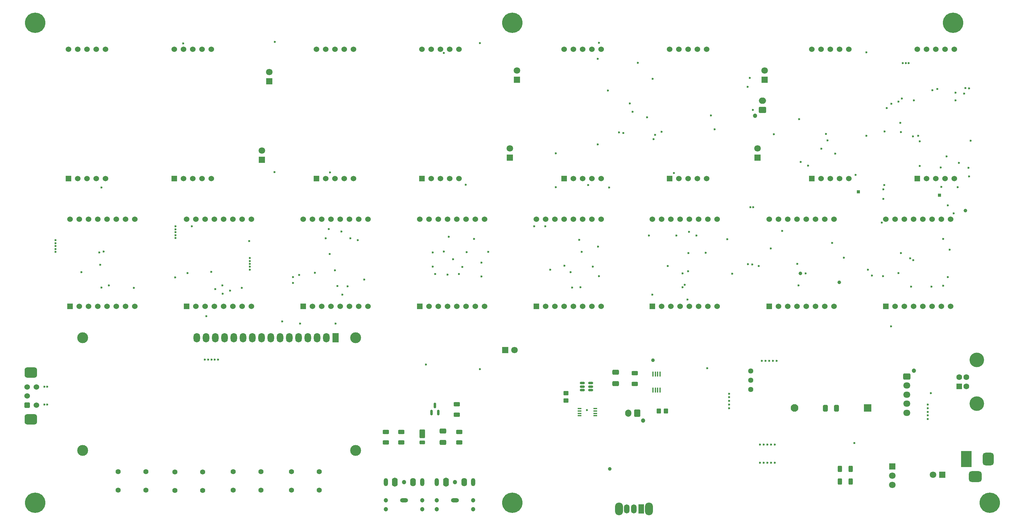
<source format=gts>
G04 #@! TF.GenerationSoftware,KiCad,Pcbnew,8.0.4*
G04 #@! TF.CreationDate,2024-09-13T17:14:12+02:00*
G04 #@! TF.ProjectId,DigiSlatePlus,44696769-536c-4617-9465-506c75732e6b,rev?*
G04 #@! TF.SameCoordinates,Original*
G04 #@! TF.FileFunction,Soldermask,Top*
G04 #@! TF.FilePolarity,Negative*
%FSLAX46Y46*%
G04 Gerber Fmt 4.6, Leading zero omitted, Abs format (unit mm)*
G04 Created by KiCad (PCBNEW 8.0.4) date 2024-09-13 17:14:12*
%MOMM*%
%LPD*%
G01*
G04 APERTURE LIST*
G04 Aperture macros list*
%AMRoundRect*
0 Rectangle with rounded corners*
0 $1 Rounding radius*
0 $2 $3 $4 $5 $6 $7 $8 $9 X,Y pos of 4 corners*
0 Add a 4 corners polygon primitive as box body*
4,1,4,$2,$3,$4,$5,$6,$7,$8,$9,$2,$3,0*
0 Add four circle primitives for the rounded corners*
1,1,$1+$1,$2,$3*
1,1,$1+$1,$4,$5*
1,1,$1+$1,$6,$7*
1,1,$1+$1,$8,$9*
0 Add four rect primitives between the rounded corners*
20,1,$1+$1,$2,$3,$4,$5,0*
20,1,$1+$1,$4,$5,$6,$7,0*
20,1,$1+$1,$6,$7,$8,$9,0*
20,1,$1+$1,$8,$9,$2,$3,0*%
G04 Aperture macros list end*
%ADD10RoundRect,0.250000X-0.650000X0.412500X-0.650000X-0.412500X0.650000X-0.412500X0.650000X0.412500X0*%
%ADD11RoundRect,0.250000X-0.450000X0.350000X-0.450000X-0.350000X0.450000X-0.350000X0.450000X0.350000X0*%
%ADD12RoundRect,0.250000X0.650000X-0.412500X0.650000X0.412500X-0.650000X0.412500X-0.650000X-0.412500X0*%
%ADD13R,1.524000X1.524000*%
%ADD14C,1.524000*%
%ADD15C,5.600000*%
%ADD16RoundRect,0.250000X0.625000X-0.312500X0.625000X0.312500X-0.625000X0.312500X-0.625000X-0.312500X0*%
%ADD17R,1.800000X1.800000*%
%ADD18C,1.800000*%
%ADD19RoundRect,0.250000X-0.412500X-0.650000X0.412500X-0.650000X0.412500X0.650000X-0.412500X0.650000X0*%
%ADD20RoundRect,0.250000X0.312500X0.625000X-0.312500X0.625000X-0.312500X-0.625000X0.312500X-0.625000X0*%
%ADD21R,0.431800X1.333500*%
%ADD22RoundRect,0.150000X-0.512500X-0.150000X0.512500X-0.150000X0.512500X0.150000X-0.512500X0.150000X0*%
%ADD23RoundRect,0.250000X-0.625000X0.312500X-0.625000X-0.312500X0.625000X-0.312500X0.625000X0.312500X0*%
%ADD24RoundRect,0.250000X-0.350000X-0.450000X0.350000X-0.450000X0.350000X0.450000X-0.350000X0.450000X0*%
%ADD25RoundRect,0.250000X0.500000X-0.950000X0.500000X0.950000X-0.500000X0.950000X-0.500000X-0.950000X0*%
%ADD26RoundRect,0.250000X0.500000X-0.275000X0.500000X0.275000X-0.500000X0.275000X-0.500000X-0.275000X0*%
%ADD27RoundRect,0.150000X0.150000X-0.587500X0.150000X0.587500X-0.150000X0.587500X-0.150000X-0.587500X0*%
%ADD28R,1.100000X0.400000*%
%ADD29RoundRect,0.250000X0.512000X-0.512000X0.512000X0.512000X-0.512000X0.512000X-0.512000X-0.512000X0*%
%ADD30RoundRect,0.725000X0.975000X0.725000X-0.975000X0.725000X-0.975000X-0.725000X0.975000X-0.725000X0*%
%ADD31C,1.200000*%
%ADD32O,1.200000X2.200000*%
%ADD33O,1.600000X2.300000*%
%ADD34O,2.200000X1.200000*%
%ADD35O,1.600000X2.500000*%
%ADD36R,0.850000X0.850000*%
%ADD37O,2.200000X3.500000*%
%ADD38R,1.500000X2.500000*%
%ADD39O,1.500000X2.500000*%
%ADD40C,1.440000*%
%ADD41C,1.397000*%
%ADD42RoundRect,0.250000X0.750000X-0.600000X0.750000X0.600000X-0.750000X0.600000X-0.750000X-0.600000X0*%
%ADD43O,2.000000X1.700000*%
%ADD44C,3.000000*%
%ADD45R,1.800000X2.600000*%
%ADD46O,1.800000X2.600000*%
%ADD47R,1.600000X1.600000*%
%ADD48C,1.600000*%
%ADD49C,4.000000*%
%ADD50RoundRect,0.250000X0.600000X0.750000X-0.600000X0.750000X-0.600000X-0.750000X0.600000X-0.750000X0*%
%ADD51O,1.700000X2.000000*%
%ADD52R,2.100000X2.100000*%
%ADD53C,2.100000*%
%ADD54RoundRect,0.250000X-0.725000X0.600000X-0.725000X-0.600000X0.725000X-0.600000X0.725000X0.600000X0*%
%ADD55O,1.950000X1.700000*%
%ADD56R,3.000000X4.500000*%
%ADD57RoundRect,0.750000X0.750000X1.000000X-0.750000X1.000000X-0.750000X-1.000000X0.750000X-1.000000X0*%
%ADD58RoundRect,0.750000X1.000000X0.750000X-1.000000X0.750000X-1.000000X-0.750000X1.000000X-0.750000X0*%
%ADD59C,0.600000*%
%ADD60C,1.000000*%
G04 APERTURE END LIST*
D10*
X235320000Y-166085000D03*
X235320000Y-169210000D03*
D11*
X221670000Y-171860000D03*
X221670000Y-173860000D03*
D12*
X187960000Y-185420000D03*
X187960000Y-182295000D03*
D13*
X213600000Y-148000000D03*
D14*
X216140000Y-148000000D03*
X218680000Y-148000000D03*
X221220000Y-148000000D03*
X223760000Y-148000000D03*
X226300000Y-148000000D03*
X228840000Y-148000000D03*
X231380000Y-148000000D03*
X231380000Y-124000000D03*
X228840000Y-124000000D03*
X226300000Y-124000000D03*
X223760000Y-124000000D03*
X221220000Y-124000000D03*
X218680000Y-124000000D03*
X216140000Y-124000000D03*
X213600000Y-124000000D03*
D13*
X117555000Y-148000000D03*
D14*
X120095000Y-148000000D03*
X122635000Y-148000000D03*
X125175000Y-148000000D03*
X127715000Y-148000000D03*
X130255000Y-148000000D03*
X132795000Y-148000000D03*
X135335000Y-148000000D03*
X135335000Y-124000000D03*
X132795000Y-124000000D03*
X130255000Y-124000000D03*
X127715000Y-124000000D03*
X125175000Y-124000000D03*
X122635000Y-124000000D03*
X120095000Y-124000000D03*
X117555000Y-124000000D03*
D15*
X207000000Y-70000000D03*
D16*
X191770000Y-177800000D03*
X191770000Y-174875000D03*
D13*
X309525000Y-148000000D03*
D14*
X312065000Y-148000000D03*
X314605000Y-148000000D03*
X317145000Y-148000000D03*
X319685000Y-148000000D03*
X322225000Y-148000000D03*
X324765000Y-148000000D03*
X327305000Y-148000000D03*
X327305000Y-124000000D03*
X324765000Y-124000000D03*
X322225000Y-124000000D03*
X319685000Y-124000000D03*
X317145000Y-124000000D03*
X314605000Y-124000000D03*
X312065000Y-124000000D03*
X309525000Y-124000000D03*
D13*
X153175000Y-112890000D03*
D14*
X155715000Y-112890000D03*
X158255000Y-112890000D03*
X160795000Y-112890000D03*
X163335000Y-112890000D03*
X163335000Y-77330000D03*
X160795000Y-77330000D03*
X158255000Y-77330000D03*
X155715000Y-77330000D03*
X153175000Y-77330000D03*
D13*
X221175000Y-112890000D03*
D14*
X223715000Y-112890000D03*
X226255000Y-112890000D03*
X228795000Y-112890000D03*
X231335000Y-112890000D03*
X231335000Y-77330000D03*
X228795000Y-77330000D03*
X226255000Y-77330000D03*
X223715000Y-77330000D03*
X221175000Y-77330000D03*
D13*
X114175000Y-112890000D03*
D14*
X116715000Y-112890000D03*
X119255000Y-112890000D03*
X121795000Y-112890000D03*
X124335000Y-112890000D03*
X124335000Y-77330000D03*
X121795000Y-77330000D03*
X119255000Y-77330000D03*
X116715000Y-77330000D03*
X114175000Y-77330000D03*
D16*
X176530000Y-185420000D03*
X176530000Y-182495000D03*
D15*
X76000000Y-70000000D03*
D13*
X277490000Y-148000000D03*
D14*
X280030000Y-148000000D03*
X282570000Y-148000000D03*
X285110000Y-148000000D03*
X287650000Y-148000000D03*
X290190000Y-148000000D03*
X292730000Y-148000000D03*
X295270000Y-148000000D03*
X295270000Y-124000000D03*
X292730000Y-124000000D03*
X290190000Y-124000000D03*
X287650000Y-124000000D03*
X285110000Y-124000000D03*
X282570000Y-124000000D03*
X280030000Y-124000000D03*
X277490000Y-124000000D03*
D17*
X208255000Y-85650000D03*
D18*
X208255000Y-83110000D03*
D13*
X181555000Y-148000000D03*
D14*
X184095000Y-148000000D03*
X186635000Y-148000000D03*
X189175000Y-148000000D03*
X191715000Y-148000000D03*
X194255000Y-148000000D03*
X196795000Y-148000000D03*
X199335000Y-148000000D03*
X199335000Y-124000000D03*
X196795000Y-124000000D03*
X194255000Y-124000000D03*
X191715000Y-124000000D03*
X189175000Y-124000000D03*
X186635000Y-124000000D03*
X184095000Y-124000000D03*
X181555000Y-124000000D03*
D17*
X140255000Y-86110000D03*
D18*
X140255000Y-83570000D03*
D16*
X192405000Y-185420000D03*
X192405000Y-182495000D03*
D19*
X292875000Y-176000000D03*
X296000000Y-176000000D03*
D13*
X182175000Y-112890000D03*
D14*
X184715000Y-112890000D03*
X187255000Y-112890000D03*
X189795000Y-112890000D03*
X192335000Y-112890000D03*
X192335000Y-77330000D03*
X189795000Y-77330000D03*
X187255000Y-77330000D03*
X184715000Y-77330000D03*
X182175000Y-77330000D03*
D13*
X245410000Y-148000000D03*
D14*
X247950000Y-148000000D03*
X250490000Y-148000000D03*
X253030000Y-148000000D03*
X255570000Y-148000000D03*
X258110000Y-148000000D03*
X260650000Y-148000000D03*
X263190000Y-148000000D03*
X263190000Y-124000000D03*
X260650000Y-124000000D03*
X258110000Y-124000000D03*
X255570000Y-124000000D03*
X253030000Y-124000000D03*
X250490000Y-124000000D03*
X247950000Y-124000000D03*
X245410000Y-124000000D03*
D16*
X172280000Y-185420000D03*
X172280000Y-182495000D03*
D20*
X299843900Y-196160000D03*
X296918900Y-196160000D03*
D21*
X245570001Y-171017250D03*
X246219999Y-171017250D03*
X246870001Y-171017250D03*
X247519999Y-171017250D03*
X247519999Y-166584950D03*
X246870001Y-166584950D03*
X246219999Y-166584950D03*
X245570001Y-166584950D03*
D17*
X206255000Y-107110000D03*
D18*
X206255000Y-104570000D03*
D22*
X226170000Y-169110000D03*
X226170000Y-170060000D03*
X226170000Y-171010000D03*
X228445000Y-171010000D03*
X228445000Y-170060000D03*
X228445000Y-169110000D03*
D17*
X276255000Y-85650000D03*
D18*
X276255000Y-83110000D03*
D15*
X76000000Y-202000000D03*
D23*
X240570000Y-166372500D03*
X240570000Y-169297500D03*
D15*
X338000000Y-202000000D03*
D17*
X205000000Y-160000000D03*
D18*
X207540000Y-160000000D03*
D13*
X318175000Y-112890000D03*
D14*
X320715000Y-112890000D03*
X323255000Y-112890000D03*
X325795000Y-112890000D03*
X328335000Y-112890000D03*
X328335000Y-77330000D03*
X325795000Y-77330000D03*
X323255000Y-77330000D03*
X320715000Y-77330000D03*
X318175000Y-77330000D03*
D13*
X149555000Y-148000000D03*
D14*
X152095000Y-148000000D03*
X154635000Y-148000000D03*
X157175000Y-148000000D03*
X159715000Y-148000000D03*
X162255000Y-148000000D03*
X164795000Y-148000000D03*
X167335000Y-148000000D03*
X167335000Y-124000000D03*
X164795000Y-124000000D03*
X162255000Y-124000000D03*
X159715000Y-124000000D03*
X157175000Y-124000000D03*
X154635000Y-124000000D03*
X152095000Y-124000000D03*
X149555000Y-124000000D03*
D13*
X250175000Y-112890000D03*
D14*
X252715000Y-112890000D03*
X255255000Y-112890000D03*
X257795000Y-112890000D03*
X260335000Y-112890000D03*
X260335000Y-77330000D03*
X257795000Y-77330000D03*
X255255000Y-77330000D03*
X252715000Y-77330000D03*
X250175000Y-77330000D03*
D15*
X328000000Y-70000000D03*
D13*
X289175000Y-112890000D03*
D14*
X291715000Y-112890000D03*
X294255000Y-112890000D03*
X296795000Y-112890000D03*
X299335000Y-112890000D03*
X299335000Y-77330000D03*
X296795000Y-77330000D03*
X294255000Y-77330000D03*
X291715000Y-77330000D03*
X289175000Y-77330000D03*
D20*
X299843900Y-192660000D03*
X296918900Y-192660000D03*
D24*
X247174000Y-176784000D03*
X249174000Y-176784000D03*
D15*
X207000000Y-202000000D03*
D25*
X182245000Y-183045000D03*
D26*
X182245000Y-185420000D03*
D13*
X85555000Y-148000000D03*
D14*
X88095000Y-148000000D03*
X90635000Y-148000000D03*
X93175000Y-148000000D03*
X95715000Y-148000000D03*
X98255000Y-148000000D03*
X100795000Y-148000000D03*
X103335000Y-148000000D03*
X103335000Y-124000000D03*
X100795000Y-124000000D03*
X98255000Y-124000000D03*
X95715000Y-124000000D03*
X93175000Y-124000000D03*
X90635000Y-124000000D03*
X88095000Y-124000000D03*
X85555000Y-124000000D03*
D17*
X138255000Y-107650000D03*
D18*
X138255000Y-105110000D03*
D13*
X85175000Y-112890000D03*
D14*
X87715000Y-112890000D03*
X90255000Y-112890000D03*
X92795000Y-112890000D03*
X95335000Y-112890000D03*
X95335000Y-77330000D03*
X92795000Y-77330000D03*
X90255000Y-77330000D03*
X87715000Y-77330000D03*
X85175000Y-77330000D03*
D17*
X274255000Y-107110000D03*
D18*
X274255000Y-104570000D03*
D27*
X184785000Y-177165000D03*
X186685000Y-177165000D03*
X185735000Y-175290000D03*
D28*
X229720000Y-178060000D03*
X229720000Y-177410000D03*
X229720000Y-176760000D03*
X229720000Y-176110000D03*
X225420000Y-176110000D03*
X225420000Y-176760000D03*
X225420000Y-177410000D03*
X225420000Y-178060000D03*
D17*
X325000000Y-194310000D03*
D18*
X322460000Y-194310000D03*
D29*
X73799500Y-175135000D03*
D14*
X73799500Y-170135000D03*
X73799500Y-172635000D03*
X76299500Y-175135000D03*
X76299500Y-170135000D03*
D30*
X74849500Y-166185000D03*
X74849500Y-179085000D03*
D17*
X311250000Y-191980000D03*
D18*
X311250000Y-194520000D03*
X311250000Y-197060000D03*
D31*
X182250000Y-203795000D03*
X182250000Y-201295000D03*
X177250000Y-196295000D03*
X172250000Y-203795000D03*
X172250000Y-201295000D03*
D32*
X182250000Y-196295000D03*
D33*
X179750000Y-196295000D03*
D34*
X177250000Y-201295000D03*
D32*
X172250000Y-196295000D03*
D35*
X174750000Y-196295000D03*
D36*
X324200000Y-117400000D03*
D37*
X244475000Y-203740000D03*
X236275000Y-203740000D03*
D38*
X242375000Y-203740000D03*
D39*
X240375000Y-203740000D03*
X238375000Y-203740000D03*
D40*
X272415000Y-170815000D03*
X272415000Y-168275000D03*
X272415000Y-165735000D03*
D41*
X98760000Y-198540000D03*
X106380000Y-198540000D03*
X98760000Y-193460000D03*
X106380000Y-193460000D03*
D31*
X273610000Y-95545000D03*
D42*
X275610000Y-93945000D03*
D43*
X275610000Y-91445000D03*
D41*
X146380000Y-198540000D03*
X154000000Y-198540000D03*
X146380000Y-193460000D03*
X154000000Y-193460000D03*
X130380000Y-198540000D03*
X138000000Y-198540000D03*
X130380000Y-193460000D03*
X138000000Y-193460000D03*
D44*
X164000000Y-187643200D03*
X164000000Y-156642500D03*
X89001420Y-187643200D03*
X89000900Y-156642500D03*
D45*
X158500900Y-156642500D03*
D46*
X155960900Y-156642500D03*
X153420900Y-156642500D03*
X150880900Y-156642500D03*
X148340900Y-156642500D03*
X145800900Y-156642500D03*
X143260900Y-156642500D03*
X140720900Y-156642500D03*
X138180900Y-156642500D03*
X135640900Y-156642500D03*
X133100900Y-156642500D03*
X130560900Y-156642500D03*
X128020900Y-156642500D03*
X125480900Y-156642500D03*
X122940900Y-156642500D03*
X120400900Y-156642500D03*
D47*
X329640000Y-170000000D03*
D48*
X329640000Y-167500000D03*
X331640000Y-167500000D03*
X331640000Y-170000000D03*
D49*
X334500000Y-162750000D03*
X334500000Y-174750000D03*
D31*
X242904000Y-179384000D03*
D50*
X241304000Y-177384000D03*
D51*
X238804000Y-177384000D03*
D41*
X114380000Y-198620000D03*
X122000000Y-198620000D03*
X114380000Y-193540000D03*
X122000000Y-193540000D03*
D52*
X304470000Y-175965000D03*
D53*
X284470000Y-175965000D03*
D31*
X317250000Y-165650000D03*
D54*
X315250000Y-167250000D03*
D55*
X315250000Y-169750000D03*
X315250000Y-172250000D03*
X315250000Y-174750000D03*
X315250000Y-177250000D03*
D56*
X331600000Y-190000000D03*
D57*
X337600000Y-190000000D03*
D58*
X334100000Y-194800000D03*
D36*
X302000000Y-116500000D03*
D31*
X196250000Y-203795000D03*
X196250000Y-201295000D03*
X191250000Y-196295000D03*
X186250000Y-203795000D03*
X186250000Y-201295000D03*
D32*
X196250000Y-196295000D03*
D33*
X193750000Y-196295000D03*
D34*
X191250000Y-201295000D03*
D32*
X186250000Y-196295000D03*
D35*
X188750000Y-196295000D03*
D59*
X277500000Y-163000000D03*
X285750000Y-96520000D03*
X266500000Y-176000000D03*
X134900000Y-137100000D03*
X78500000Y-170100000D03*
X227500000Y-176500000D03*
X315000000Y-81100000D03*
X123500000Y-162600000D03*
X158500000Y-152750000D03*
X276000000Y-186000000D03*
X276000000Y-191000000D03*
X79300000Y-175000000D03*
X134900000Y-135500000D03*
X266500000Y-175000000D03*
X315800000Y-81100000D03*
X244500000Y-128500000D03*
X122600000Y-162600000D03*
X81600000Y-131400000D03*
X291800000Y-104600000D03*
X81600000Y-129800000D03*
X295600000Y-106000000D03*
X81600000Y-132200000D03*
X134900000Y-134700000D03*
X78500000Y-175000000D03*
X81600000Y-130600000D03*
X114500000Y-128400000D03*
X119000000Y-126000000D03*
X275500000Y-163000000D03*
X277000000Y-186000000D03*
X124400000Y-162600000D03*
X279000000Y-186000000D03*
X275000000Y-191000000D03*
X114500000Y-126000000D03*
X148750000Y-152750000D03*
X276500000Y-163000000D03*
X321000000Y-177000000D03*
X81600000Y-133000000D03*
X266500000Y-173000000D03*
X257500000Y-128500000D03*
X273100000Y-120700000D03*
X134900000Y-136300000D03*
X278000000Y-191000000D03*
X126200000Y-162600000D03*
X277000000Y-191000000D03*
X134900000Y-137900000D03*
X114500000Y-127600000D03*
X321000000Y-175000000D03*
X244000000Y-96000000D03*
X273000000Y-94000000D03*
X314200000Y-81100000D03*
X216000000Y-126000000D03*
X240000000Y-94500000D03*
X261500000Y-95500000D03*
X79300000Y-170100000D03*
X266500000Y-172000000D03*
X278000000Y-186000000D03*
X279500000Y-163000000D03*
X321000000Y-176000000D03*
X114500000Y-129200000D03*
X266500000Y-174000000D03*
X331000000Y-89500000D03*
X321000000Y-178000000D03*
X226000000Y-133000000D03*
X275000000Y-186000000D03*
X321000000Y-179000000D03*
X252000000Y-128500000D03*
X278500000Y-163000000D03*
X272300000Y-120700000D03*
X213000000Y-126000000D03*
X279000000Y-191000000D03*
X125300000Y-162600000D03*
X114500000Y-126800000D03*
D60*
X286031400Y-138914100D03*
X296741700Y-141350300D03*
D59*
X322316700Y-88541700D03*
X312984900Y-91711200D03*
X239245700Y-92226100D03*
X326515400Y-120209900D03*
X245785600Y-102003600D03*
X316953000Y-101229100D03*
X198095300Y-165237600D03*
X318793900Y-102608900D03*
X293505100Y-102358100D03*
X329561300Y-108504300D03*
X329253200Y-115186600D03*
X313636600Y-100053300D03*
X293048300Y-100599700D03*
X262502200Y-99269400D03*
X323615300Y-88199700D03*
X237478500Y-100305400D03*
X288158300Y-109273200D03*
X233561000Y-115305400D03*
X218901000Y-115204700D03*
X230757600Y-75503400D03*
X198095300Y-75620300D03*
X318832900Y-109345100D03*
X236276200Y-100179400D03*
X318437100Y-101082900D03*
X304198500Y-101055800D03*
X143826300Y-152109900D03*
X324595700Y-109780300D03*
X328600000Y-89200000D03*
X321831000Y-171842700D03*
X332200000Y-109900000D03*
X328678100Y-91320800D03*
X305727700Y-139497600D03*
X304559700Y-137950100D03*
X271634400Y-136399100D03*
X272194900Y-85155600D03*
X332345500Y-88083900D03*
X274646800Y-136918500D03*
X286164700Y-108269700D03*
X326151800Y-106759200D03*
X308813700Y-118475800D03*
X271599900Y-87644500D03*
X331373500Y-87986200D03*
X272873400Y-136451400D03*
X146764400Y-141556400D03*
X324728200Y-115151000D03*
X311005900Y-92252700D03*
X114446800Y-140021000D03*
X309093200Y-114657800D03*
X313903700Y-90814400D03*
X332769800Y-102472500D03*
X278738800Y-100664200D03*
X183248800Y-163993900D03*
X246140000Y-100867200D03*
X300863000Y-185545900D03*
D60*
X245604100Y-162846500D03*
D59*
X328114600Y-122442500D03*
X260450600Y-164991400D03*
X146792400Y-139944900D03*
X308813700Y-115784700D03*
X132720000Y-142877900D03*
X198482700Y-139791500D03*
X298025800Y-134606600D03*
X233258600Y-88609000D03*
X308439800Y-124993100D03*
X230739600Y-139710500D03*
X103077700Y-142909000D03*
X166324100Y-140582700D03*
X325260300Y-142318200D03*
X317171000Y-91365500D03*
X198495600Y-135974800D03*
X218880400Y-105872800D03*
X247927900Y-99944100D03*
X313456100Y-97524700D03*
X309187400Y-99922200D03*
X301231800Y-111845300D03*
X251331900Y-111292500D03*
X230416000Y-79946200D03*
X141746100Y-75292100D03*
X241391700Y-81055600D03*
X245464900Y-85426000D03*
X94169800Y-115331800D03*
X304201300Y-78179300D03*
X188183500Y-78280500D03*
X116598000Y-75644900D03*
X156912400Y-111154200D03*
X141678600Y-111046500D03*
X227788300Y-114616000D03*
X194192000Y-114538300D03*
D60*
X331315800Y-121619700D03*
X233726900Y-192676500D03*
D59*
X162516600Y-129237700D03*
X155740200Y-129239200D03*
X200407000Y-133016500D03*
X194449700Y-133090700D03*
X188185400Y-132893300D03*
X127399000Y-142218500D03*
X158328700Y-138078600D03*
X222970200Y-138550700D03*
X316461700Y-142566300D03*
X255202000Y-138337900D03*
X287509000Y-138963800D03*
X192298600Y-139081100D03*
X185131800Y-137062500D03*
X96270300Y-142258800D03*
X310927500Y-153449300D03*
X117797700Y-138850700D03*
X93895600Y-136566700D03*
X94788300Y-132925600D03*
X93615000Y-133206200D03*
X94206900Y-142789000D03*
X88694100Y-138622200D03*
X125452100Y-143233100D03*
X124376200Y-138514500D03*
X148459900Y-139315800D03*
X123016600Y-150692800D03*
X127447100Y-144522200D03*
X129543000Y-143663500D03*
X158989500Y-142427700D03*
X160032400Y-127421200D03*
X152768700Y-138780200D03*
X156564600Y-126730900D03*
X156813900Y-133576200D03*
X161773100Y-142448000D03*
X160338800Y-144758900D03*
X193232400Y-137134900D03*
X185769200Y-139075400D03*
X185132900Y-133185200D03*
X190760200Y-135015200D03*
X189501500Y-128864100D03*
X189176400Y-139240800D03*
X229112900Y-137036500D03*
X221306800Y-136775800D03*
X223435700Y-142782900D03*
X225387900Y-129694400D03*
X217352900Y-137905800D03*
X225700500Y-142704200D03*
X253688800Y-138945000D03*
X267345200Y-139032300D03*
X254304400Y-142086500D03*
X255500200Y-127486800D03*
X245438600Y-144784600D03*
X249605100Y-136862600D03*
X255315100Y-133325000D03*
X253716700Y-142750600D03*
X255032700Y-146083100D03*
X285568200Y-142265400D03*
X266013500Y-129500600D03*
X277938100Y-132065200D03*
X308757300Y-139653200D03*
X285196200Y-136262500D03*
X281076600Y-127209600D03*
X326522900Y-139931200D03*
X322040600Y-142566300D03*
X313676400Y-133312800D03*
X317081100Y-135249700D03*
X326997800Y-132387500D03*
X316216300Y-134751000D03*
X313007200Y-138804600D03*
X134746500Y-130033500D03*
X230409300Y-103418900D03*
X196463600Y-129427100D03*
X164519200Y-129770800D03*
X309785400Y-93434600D03*
X230527800Y-131520400D03*
X260067000Y-133276600D03*
X332400000Y-112296349D03*
X325282800Y-129433200D03*
X294757500Y-130559300D03*
M02*

</source>
